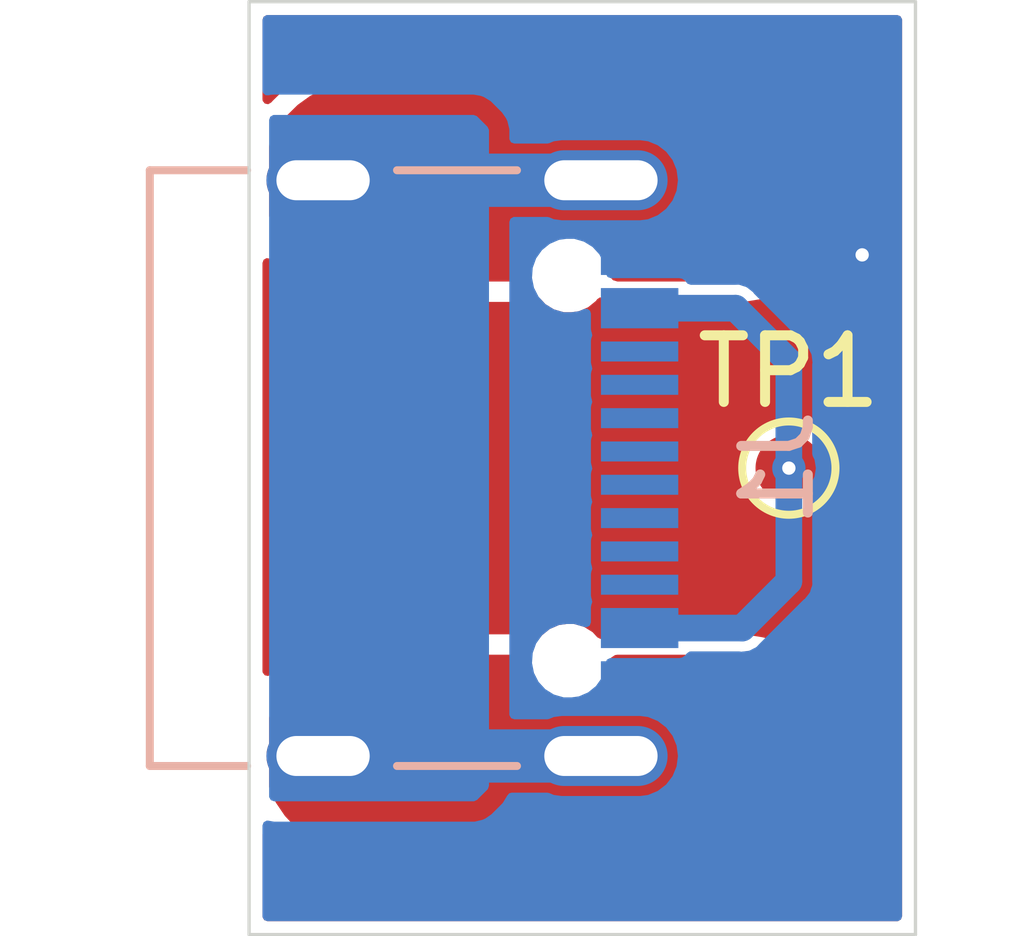
<source format=kicad_pcb>
(kicad_pcb (version 20221018) (generator pcbnew)
  (title_block (date "2022-07-17"))
  (layers (0 "F.Cu" signal) (1 "In1.Cu" signal) (2 "In2.Cu" signal) (3 "In3.Cu" signal) (4 "In4.Cu" signal) (31 "B.Cu" signal) (34 "B.Paste" user) (35 "F.Paste" user) (36 "B.SilkS" user "B.Silkscreen") (37 "F.SilkS" user "F.Silkscreen") (38 "B.Mask" user) (39 "F.Mask" user) (44 "Edge.Cuts" user))
  (net 0 "")
  (net 1 "GND")
  (net 2 "VBUS")
  (net 11 "/SHIELD")
  (footprint "TestPoint:TestPoint_Pad_D1.0mm" (layer "F.Cu") (at 58.1 151)
    (fp_text reference "TP1" (at 0 -1.448) (layer "F.SilkS"))
    (fp_text value "TestPoint")
    (fp_circle (center 0 0) (end 0 0.7) (stroke (width 0.12)) (fill none) (layer "F.SilkS"))
    (pad "1" smd circle (at 0 0) (size 1 1) (layers "F.Cu" "F.Mask") (net 2 "VBUS"))
  )
  (footprint "Connector_USB:USB_C_Receptacle_Palconn_UTC16-G" (layer "B.Cu") (at 53.35 151 90)
    (fp_text reference "J1" (at 0 4.58 270) (layer "B.SilkS") (effects (justify mirror)))
    (fp_text value "usb-c")
    (fp_line (start -4.47 -4.84) (end -4.47 -3.38) (stroke (width 0.12)) (layer "B.SilkS"))
    (fp_line (start -4.47 0.67) (end -4.47 -1.13) (stroke (width 0.12)) (layer "B.SilkS"))
    (fp_line (start 4.47 -4.84) (end -4.47 -4.84) (stroke (width 0.12)) (layer "B.SilkS"))
    (fp_line (start 4.47 -4.84) (end 4.47 -3.38) (stroke (width 0.12)) (layer "B.SilkS"))
    (fp_line (start 4.47 0.67) (end 4.47 -1.13) (stroke (width 0.12)) (layer "B.SilkS"))
    (pad "" np_thru_hole circle locked (at -2.89 1.45 270) (size 0.6 0.6) (drill 0.6) (layers "*.Cu" "*.Mask"))
    (pad "" np_thru_hole circle locked (at 2.89 1.45 270) (size 0.6 0.6) (drill 0.6) (layers "*.Cu" "*.Mask"))
    (pad "A1" smd rect locked (at -3.2 2.51 90) (size 0.6 1.16) (layers "B.Cu" "B.Paste" "B.Mask") (net 1 "GND"))
    (pad "A4" smd rect locked (at -2.4 2.51 90) (size 0.6 1.16) (layers "B.Cu" "B.Paste" "B.Mask") (net 2 "VBUS"))
    (pad "A5" smd rect locked (at -1.25 2.51 270) (size 0.3 1.16) (layers "B.Cu" "B.Paste" "B.Mask"))
    (pad "A6" smd rect locked (at -0.25 2.51 270) (size 0.3 1.16) (layers "B.Cu" "B.Paste" "B.Mask"))
    (pad "A7" smd rect locked (at 0.25 2.51 270) (size 0.3 1.16) (layers "B.Cu" "B.Paste" "B.Mask"))
    (pad "A8" smd rect locked (at 1.25 2.51 270) (size 0.3 1.16) (layers "B.Cu" "B.Paste" "B.Mask"))
    (pad "A9" smd rect locked (at 2.4 2.51 90) (size 0.6 1.16) (layers "B.Cu" "B.Paste" "B.Mask") (net 2 "VBUS"))
    (pad "A12" smd rect locked (at 3.2 2.51 90) (size 0.6 1.16) (layers "B.Cu" "B.Paste" "B.Mask") (net 1 "GND"))
    (pad "B1" smd rect locked (at 3.2 2.51 90) (size 0.6 1.16) (layers "B.Cu" "B.Paste" "B.Mask") (net 1 "GND"))
    (pad "B4" smd rect locked (at 2.4 2.51 90) (size 0.6 1.16) (layers "B.Cu" "B.Paste" "B.Mask") (net 2 "VBUS"))
    (pad "B5" smd rect locked (at 1.75 2.51 270) (size 0.3 1.16) (layers "B.Cu" "B.Paste" "B.Mask"))
    (pad "B6" smd rect locked (at 0.75 2.51 270) (size 0.3 1.16) (layers "B.Cu" "B.Paste" "B.Mask"))
    (pad "B7" smd rect locked (at -0.75 2.51 270) (size 0.3 1.16) (layers "B.Cu" "B.Paste" "B.Mask"))
    (pad "B8" smd rect locked (at -1.75 2.51 270) (size 0.3 1.16) (layers "B.Cu" "B.Paste" "B.Mask"))
    (pad "B9" smd rect locked (at -2.4 2.51 90) (size 0.6 1.16) (layers "B.Cu" "B.Paste" "B.Mask") (net 2 "VBUS"))
    (pad "B12" smd rect locked (at -3.2 2.51 90) (size 0.6 1.16) (layers "B.Cu" "B.Paste" "B.Mask") (net 1 "GND"))
    (pad "S1" thru_hole oval locked (at -4.32 -2.24) (size 1.7 0.9) (drill oval 1.4 0.6) (layers "*.Cu" "*.Mask") (net 11 "/SHIELD"))
    (pad "S1" thru_hole oval locked (at -4.32 1.93) (size 2 0.9) (drill oval 1.7 0.6) (layers "*.Cu" "*.Mask") (net 11 "/SHIELD"))
    (pad "S1" thru_hole oval locked (at 4.32 -2.24) (size 1.7 0.9) (drill oval 1.4 0.6) (layers "*.Cu" "*.Mask") (net 11 "/SHIELD"))
    (pad "S1" thru_hole oval locked (at 4.32 1.93) (size 2 0.9) (drill oval 1.7 0.6) (layers "*.Cu" "*.Mask") (net 11 "/SHIELD"))
  )
  (gr_line (start 50 158) (end 50 144) (stroke (width 0.05)) (layer "Edge.Cuts"))
  (gr_line (start 50 144) (end 60 144) (stroke (width 0.05)) (layer "Edge.Cuts"))
  (gr_line (start 60 158) (end 50 158) (stroke (width 0.05)) (layer "Edge.Cuts"))
  (gr_line (start 60 144) (end 60 158) (stroke (width 0.05)) (layer "Edge.Cuts"))
  (via (at 59.2 147.8) (size 0.5) (drill 0.2) (layers "F.Cu" "B.Cu") (net 1))
  (segment (start 58.3 147.8) (end 59.2 147.8) (width 0.5) (layer "B.Cu") (net 1))
  (segment (start 58.3 147.8) (end 55.86 147.8) (width 0.5) (layer "B.Cu") (net 1))
  (via (at 58.1 151) (size 0.5) (drill 0.2) (layers "F.Cu" "B.Cu") (net 2))
  (segment (start 58.1 151) (end 58.1 152.7) (width 0.4) (layer "B.Cu") (net 2))
  (segment (start 58.1 152.7) (end 57.4 153.4) (width 0.4) (layer "B.Cu") (net 2))
  (segment (start 58.1 151) (end 58.1 149.4) (width 0.4) (layer "B.Cu") (net 2))
  (segment (start 57.4 153.4) (end 55.86 153.4) (width 0.4) (layer "B.Cu") (net 2))
  (segment (start 57.3 148.6) (end 55.86 148.6) (width 0.4) (layer "B.Cu") (net 2))
  (segment (start 58.1 149.4) (end 57.3 148.6) (width 0.4) (layer "B.Cu") (net 2))
  (segment (start 55.28 155.32) (end 52.3 155.32) (width 0.8) (layer "B.Cu") (net 11))
  (segment (start 52.3 155.32) (end 52.3 146.68) (width 1) (layer "B.Cu") (net 11))
  (segment (start 52.3 146.68) (end 52.2 146.58) (width 1) (layer "B.Cu") (net 11))
  (segment (start 52.3 146.68) (end 55.28 146.68) (width 0.8) (layer "B.Cu") (net 11))
  (zone (net 11) (net_name "/SHIELD") (layer "F.Cu") (priority 1) (connect_pads yes (clearance 0.3)) (min_thickness 0.254) (fill yes (thermal_gap 0.508) (thermal_bridge_width 0.508))
    (polygon (pts (arc (start 58.8 155.3) (mid 58.360655 156.360655) (end 57.3 156.8)) (arc (start 51.7 156.8) (mid 50.618629 156.31066) (end 50.2 155.2)) (arc (start 50.2 155.2) (mid 50.660051 154.18934) (end 51.7 153.8)) (arc (start 57.3 153.8) (mid 58.360652 154.239347) (end 58.8 155.3))))
  )
  (zone (net 11) (net_name "/SHIELD") (layer "F.Cu") (priority 1) (connect_pads yes (clearance 0.3)) (min_thickness 0.254) (fill yes (thermal_gap 0.508) (thermal_bridge_width 0.508))
    (polygon (pts (arc (start 58.8 146.68) (mid 58.356518 145.62934) (end 57.3 145.2)) (arc (start 51.7 145.2) (mid 50.643482 145.62934) (end 50.2 146.68)) (arc (start 50.2 146.68) (mid 50.635198 147.75066) (end 51.7 148.2)) (arc (start 57.3 148.2) (mid 58.364802 147.75066) (end 58.8 146.68))))
  )
  (zone (net 1) (net_name "GND") (layers "F.Cu" "In1.Cu" "In2.Cu" "In3.Cu" "In4.Cu" "B.Cu") (connect_pads yes (clearance 0.15)) (min_thickness 0.15) (fill yes (thermal_gap 0.508) (thermal_bridge_width 0.508))
    (polygon (pts (xy 60 158) (xy 60 144) (xy 50 144) (xy 50 158)))
  )
  (zone (net 11) (net_name "/SHIELD") (layer "B.Cu") (name "shield") (priority 1) (connect_pads yes (clearance 0.3)) (min_thickness 0.15) (fill yes (thermal_gap 0.508) (thermal_bridge_width 0.508) (smoothing chamfer) (radius 0.2))
    (polygon (pts (xy 53.6 145.7) (xy 53.6 156) (xy 49.8 156) (xy 49.8 145.7)))
  )
)
</source>
